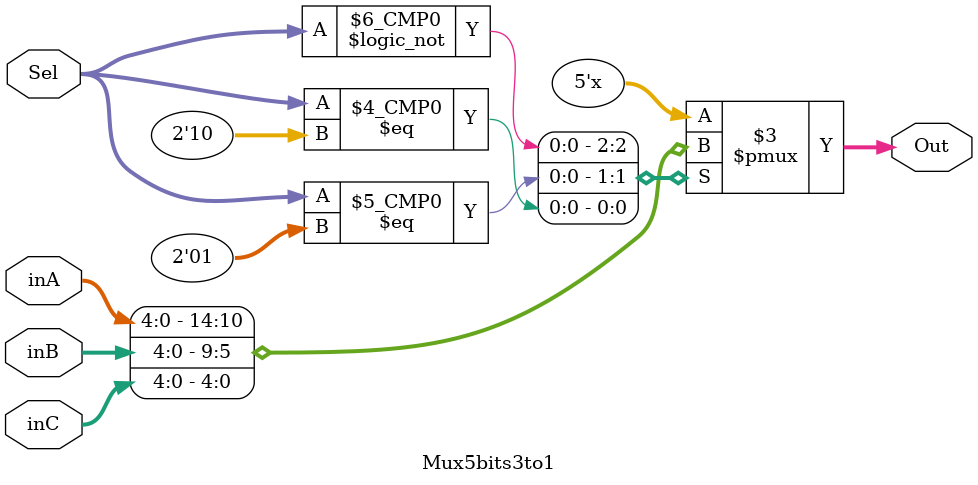
<source format=v>

`timescale 1ns / 1ps


module Mux5bits3to1(
    input [4:0] inA,
    input [4:0] inB,
    input [4:0] inC,
    input [1:0] Sel,
    output reg [4:0] Out
);


always @(Sel or inA or inB or inC) begin
    case (Sel)
        2'b00: Out = inA; // Select input is 00, output is data0
        2'b01: Out = inB; // Select input is 01, output is data1
        2'b10: Out = inC; // Select input is 10, output is data2
    endcase
end

endmodule

</source>
